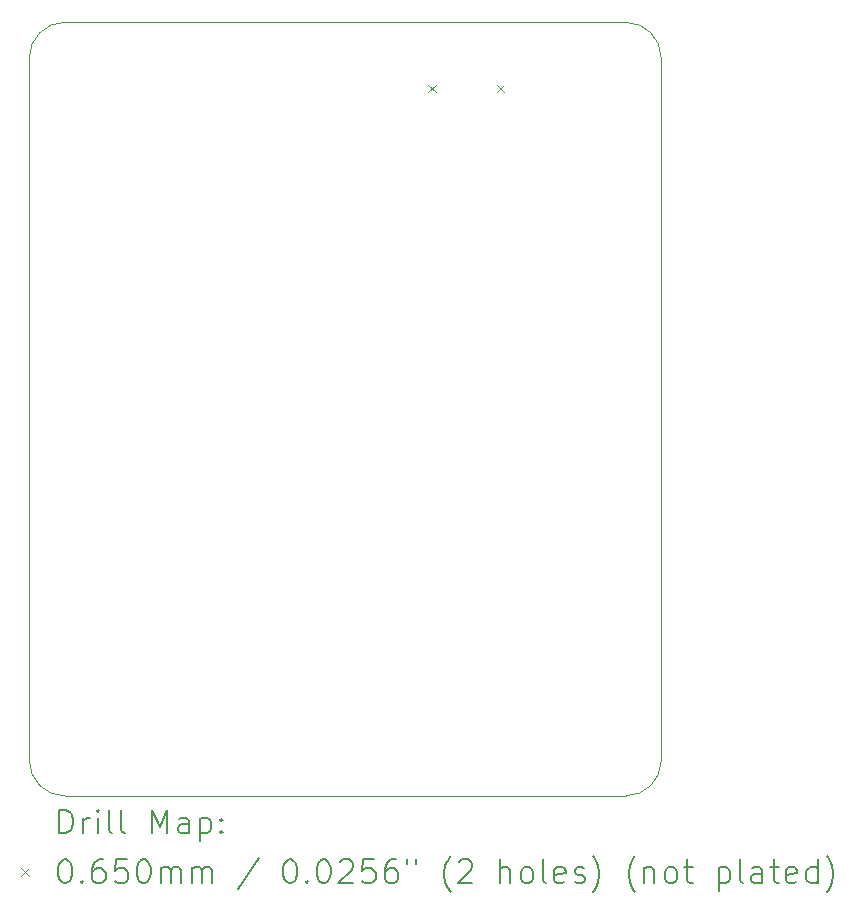
<source format=gbr>
%TF.GenerationSoftware,KiCad,Pcbnew,8.0.8-8.0.8-0~ubuntu24.04.1*%
%TF.CreationDate,2025-02-21T17:42:53-05:00*%
%TF.ProjectId,ChipigniteExplain,43686970-6967-46e6-9974-654578706c61,1.1*%
%TF.SameCoordinates,Original*%
%TF.FileFunction,Drillmap*%
%TF.FilePolarity,Positive*%
%FSLAX45Y45*%
G04 Gerber Fmt 4.5, Leading zero omitted, Abs format (unit mm)*
G04 Created by KiCad (PCBNEW 8.0.8-8.0.8-0~ubuntu24.04.1) date 2025-02-21 17:42:53*
%MOMM*%
%LPD*%
G01*
G04 APERTURE LIST*
%ADD10C,0.120000*%
%ADD11C,0.200000*%
%ADD12C,0.100000*%
G04 APERTURE END LIST*
D10*
X10370000Y-8500000D02*
G75*
G02*
X10070000Y-8800000I-300000J0D01*
G01*
X5020000Y-8500000D02*
X5020000Y-2550000D01*
X10070000Y-8800000D02*
X5320000Y-8800000D01*
X10370000Y-2550000D02*
X10370000Y-8500000D01*
X5020000Y-2550000D02*
G75*
G02*
X5320000Y-2250000I300000J0D01*
G01*
X5320000Y-2250000D02*
X10070000Y-2250000D01*
X10070000Y-2250000D02*
G75*
G02*
X10370000Y-2550000I0J-300000D01*
G01*
X5320000Y-8800000D02*
G75*
G02*
X5020000Y-8500000I0J300000D01*
G01*
D11*
D12*
X8398500Y-2777500D02*
X8463500Y-2842500D01*
X8463500Y-2777500D02*
X8398500Y-2842500D01*
X8976500Y-2777500D02*
X9041500Y-2842500D01*
X9041500Y-2777500D02*
X8976500Y-2842500D01*
D11*
X5274777Y-9117484D02*
X5274777Y-8917484D01*
X5274777Y-8917484D02*
X5322396Y-8917484D01*
X5322396Y-8917484D02*
X5350967Y-8927008D01*
X5350967Y-8927008D02*
X5370015Y-8946055D01*
X5370015Y-8946055D02*
X5379539Y-8965103D01*
X5379539Y-8965103D02*
X5389063Y-9003198D01*
X5389063Y-9003198D02*
X5389063Y-9031770D01*
X5389063Y-9031770D02*
X5379539Y-9069865D01*
X5379539Y-9069865D02*
X5370015Y-9088912D01*
X5370015Y-9088912D02*
X5350967Y-9107960D01*
X5350967Y-9107960D02*
X5322396Y-9117484D01*
X5322396Y-9117484D02*
X5274777Y-9117484D01*
X5474777Y-9117484D02*
X5474777Y-8984150D01*
X5474777Y-9022246D02*
X5484301Y-9003198D01*
X5484301Y-9003198D02*
X5493824Y-8993674D01*
X5493824Y-8993674D02*
X5512872Y-8984150D01*
X5512872Y-8984150D02*
X5531920Y-8984150D01*
X5598586Y-9117484D02*
X5598586Y-8984150D01*
X5598586Y-8917484D02*
X5589063Y-8927008D01*
X5589063Y-8927008D02*
X5598586Y-8936531D01*
X5598586Y-8936531D02*
X5608110Y-8927008D01*
X5608110Y-8927008D02*
X5598586Y-8917484D01*
X5598586Y-8917484D02*
X5598586Y-8936531D01*
X5722396Y-9117484D02*
X5703348Y-9107960D01*
X5703348Y-9107960D02*
X5693824Y-9088912D01*
X5693824Y-9088912D02*
X5693824Y-8917484D01*
X5827158Y-9117484D02*
X5808110Y-9107960D01*
X5808110Y-9107960D02*
X5798586Y-9088912D01*
X5798586Y-9088912D02*
X5798586Y-8917484D01*
X6055729Y-9117484D02*
X6055729Y-8917484D01*
X6055729Y-8917484D02*
X6122396Y-9060341D01*
X6122396Y-9060341D02*
X6189062Y-8917484D01*
X6189062Y-8917484D02*
X6189062Y-9117484D01*
X6370015Y-9117484D02*
X6370015Y-9012722D01*
X6370015Y-9012722D02*
X6360491Y-8993674D01*
X6360491Y-8993674D02*
X6341443Y-8984150D01*
X6341443Y-8984150D02*
X6303348Y-8984150D01*
X6303348Y-8984150D02*
X6284301Y-8993674D01*
X6370015Y-9107960D02*
X6350967Y-9117484D01*
X6350967Y-9117484D02*
X6303348Y-9117484D01*
X6303348Y-9117484D02*
X6284301Y-9107960D01*
X6284301Y-9107960D02*
X6274777Y-9088912D01*
X6274777Y-9088912D02*
X6274777Y-9069865D01*
X6274777Y-9069865D02*
X6284301Y-9050817D01*
X6284301Y-9050817D02*
X6303348Y-9041293D01*
X6303348Y-9041293D02*
X6350967Y-9041293D01*
X6350967Y-9041293D02*
X6370015Y-9031770D01*
X6465253Y-8984150D02*
X6465253Y-9184150D01*
X6465253Y-8993674D02*
X6484301Y-8984150D01*
X6484301Y-8984150D02*
X6522396Y-8984150D01*
X6522396Y-8984150D02*
X6541443Y-8993674D01*
X6541443Y-8993674D02*
X6550967Y-9003198D01*
X6550967Y-9003198D02*
X6560491Y-9022246D01*
X6560491Y-9022246D02*
X6560491Y-9079389D01*
X6560491Y-9079389D02*
X6550967Y-9098436D01*
X6550967Y-9098436D02*
X6541443Y-9107960D01*
X6541443Y-9107960D02*
X6522396Y-9117484D01*
X6522396Y-9117484D02*
X6484301Y-9117484D01*
X6484301Y-9117484D02*
X6465253Y-9107960D01*
X6646205Y-9098436D02*
X6655729Y-9107960D01*
X6655729Y-9107960D02*
X6646205Y-9117484D01*
X6646205Y-9117484D02*
X6636682Y-9107960D01*
X6636682Y-9107960D02*
X6646205Y-9098436D01*
X6646205Y-9098436D02*
X6646205Y-9117484D01*
X6646205Y-8993674D02*
X6655729Y-9003198D01*
X6655729Y-9003198D02*
X6646205Y-9012722D01*
X6646205Y-9012722D02*
X6636682Y-9003198D01*
X6636682Y-9003198D02*
X6646205Y-8993674D01*
X6646205Y-8993674D02*
X6646205Y-9012722D01*
D12*
X4949000Y-9413500D02*
X5014000Y-9478500D01*
X5014000Y-9413500D02*
X4949000Y-9478500D01*
D11*
X5312872Y-9337484D02*
X5331920Y-9337484D01*
X5331920Y-9337484D02*
X5350967Y-9347008D01*
X5350967Y-9347008D02*
X5360491Y-9356531D01*
X5360491Y-9356531D02*
X5370015Y-9375579D01*
X5370015Y-9375579D02*
X5379539Y-9413674D01*
X5379539Y-9413674D02*
X5379539Y-9461293D01*
X5379539Y-9461293D02*
X5370015Y-9499389D01*
X5370015Y-9499389D02*
X5360491Y-9518436D01*
X5360491Y-9518436D02*
X5350967Y-9527960D01*
X5350967Y-9527960D02*
X5331920Y-9537484D01*
X5331920Y-9537484D02*
X5312872Y-9537484D01*
X5312872Y-9537484D02*
X5293824Y-9527960D01*
X5293824Y-9527960D02*
X5284301Y-9518436D01*
X5284301Y-9518436D02*
X5274777Y-9499389D01*
X5274777Y-9499389D02*
X5265253Y-9461293D01*
X5265253Y-9461293D02*
X5265253Y-9413674D01*
X5265253Y-9413674D02*
X5274777Y-9375579D01*
X5274777Y-9375579D02*
X5284301Y-9356531D01*
X5284301Y-9356531D02*
X5293824Y-9347008D01*
X5293824Y-9347008D02*
X5312872Y-9337484D01*
X5465253Y-9518436D02*
X5474777Y-9527960D01*
X5474777Y-9527960D02*
X5465253Y-9537484D01*
X5465253Y-9537484D02*
X5455729Y-9527960D01*
X5455729Y-9527960D02*
X5465253Y-9518436D01*
X5465253Y-9518436D02*
X5465253Y-9537484D01*
X5646205Y-9337484D02*
X5608110Y-9337484D01*
X5608110Y-9337484D02*
X5589063Y-9347008D01*
X5589063Y-9347008D02*
X5579539Y-9356531D01*
X5579539Y-9356531D02*
X5560491Y-9385103D01*
X5560491Y-9385103D02*
X5550967Y-9423198D01*
X5550967Y-9423198D02*
X5550967Y-9499389D01*
X5550967Y-9499389D02*
X5560491Y-9518436D01*
X5560491Y-9518436D02*
X5570015Y-9527960D01*
X5570015Y-9527960D02*
X5589063Y-9537484D01*
X5589063Y-9537484D02*
X5627158Y-9537484D01*
X5627158Y-9537484D02*
X5646205Y-9527960D01*
X5646205Y-9527960D02*
X5655729Y-9518436D01*
X5655729Y-9518436D02*
X5665253Y-9499389D01*
X5665253Y-9499389D02*
X5665253Y-9451770D01*
X5665253Y-9451770D02*
X5655729Y-9432722D01*
X5655729Y-9432722D02*
X5646205Y-9423198D01*
X5646205Y-9423198D02*
X5627158Y-9413674D01*
X5627158Y-9413674D02*
X5589063Y-9413674D01*
X5589063Y-9413674D02*
X5570015Y-9423198D01*
X5570015Y-9423198D02*
X5560491Y-9432722D01*
X5560491Y-9432722D02*
X5550967Y-9451770D01*
X5846205Y-9337484D02*
X5750967Y-9337484D01*
X5750967Y-9337484D02*
X5741443Y-9432722D01*
X5741443Y-9432722D02*
X5750967Y-9423198D01*
X5750967Y-9423198D02*
X5770015Y-9413674D01*
X5770015Y-9413674D02*
X5817634Y-9413674D01*
X5817634Y-9413674D02*
X5836682Y-9423198D01*
X5836682Y-9423198D02*
X5846205Y-9432722D01*
X5846205Y-9432722D02*
X5855729Y-9451770D01*
X5855729Y-9451770D02*
X5855729Y-9499389D01*
X5855729Y-9499389D02*
X5846205Y-9518436D01*
X5846205Y-9518436D02*
X5836682Y-9527960D01*
X5836682Y-9527960D02*
X5817634Y-9537484D01*
X5817634Y-9537484D02*
X5770015Y-9537484D01*
X5770015Y-9537484D02*
X5750967Y-9527960D01*
X5750967Y-9527960D02*
X5741443Y-9518436D01*
X5979539Y-9337484D02*
X5998586Y-9337484D01*
X5998586Y-9337484D02*
X6017634Y-9347008D01*
X6017634Y-9347008D02*
X6027158Y-9356531D01*
X6027158Y-9356531D02*
X6036682Y-9375579D01*
X6036682Y-9375579D02*
X6046205Y-9413674D01*
X6046205Y-9413674D02*
X6046205Y-9461293D01*
X6046205Y-9461293D02*
X6036682Y-9499389D01*
X6036682Y-9499389D02*
X6027158Y-9518436D01*
X6027158Y-9518436D02*
X6017634Y-9527960D01*
X6017634Y-9527960D02*
X5998586Y-9537484D01*
X5998586Y-9537484D02*
X5979539Y-9537484D01*
X5979539Y-9537484D02*
X5960491Y-9527960D01*
X5960491Y-9527960D02*
X5950967Y-9518436D01*
X5950967Y-9518436D02*
X5941443Y-9499389D01*
X5941443Y-9499389D02*
X5931920Y-9461293D01*
X5931920Y-9461293D02*
X5931920Y-9413674D01*
X5931920Y-9413674D02*
X5941443Y-9375579D01*
X5941443Y-9375579D02*
X5950967Y-9356531D01*
X5950967Y-9356531D02*
X5960491Y-9347008D01*
X5960491Y-9347008D02*
X5979539Y-9337484D01*
X6131920Y-9537484D02*
X6131920Y-9404150D01*
X6131920Y-9423198D02*
X6141443Y-9413674D01*
X6141443Y-9413674D02*
X6160491Y-9404150D01*
X6160491Y-9404150D02*
X6189063Y-9404150D01*
X6189063Y-9404150D02*
X6208110Y-9413674D01*
X6208110Y-9413674D02*
X6217634Y-9432722D01*
X6217634Y-9432722D02*
X6217634Y-9537484D01*
X6217634Y-9432722D02*
X6227158Y-9413674D01*
X6227158Y-9413674D02*
X6246205Y-9404150D01*
X6246205Y-9404150D02*
X6274777Y-9404150D01*
X6274777Y-9404150D02*
X6293824Y-9413674D01*
X6293824Y-9413674D02*
X6303348Y-9432722D01*
X6303348Y-9432722D02*
X6303348Y-9537484D01*
X6398586Y-9537484D02*
X6398586Y-9404150D01*
X6398586Y-9423198D02*
X6408110Y-9413674D01*
X6408110Y-9413674D02*
X6427158Y-9404150D01*
X6427158Y-9404150D02*
X6455729Y-9404150D01*
X6455729Y-9404150D02*
X6474777Y-9413674D01*
X6474777Y-9413674D02*
X6484301Y-9432722D01*
X6484301Y-9432722D02*
X6484301Y-9537484D01*
X6484301Y-9432722D02*
X6493824Y-9413674D01*
X6493824Y-9413674D02*
X6512872Y-9404150D01*
X6512872Y-9404150D02*
X6541443Y-9404150D01*
X6541443Y-9404150D02*
X6560491Y-9413674D01*
X6560491Y-9413674D02*
X6570015Y-9432722D01*
X6570015Y-9432722D02*
X6570015Y-9537484D01*
X6960491Y-9327960D02*
X6789063Y-9585103D01*
X7217634Y-9337484D02*
X7236682Y-9337484D01*
X7236682Y-9337484D02*
X7255729Y-9347008D01*
X7255729Y-9347008D02*
X7265253Y-9356531D01*
X7265253Y-9356531D02*
X7274777Y-9375579D01*
X7274777Y-9375579D02*
X7284301Y-9413674D01*
X7284301Y-9413674D02*
X7284301Y-9461293D01*
X7284301Y-9461293D02*
X7274777Y-9499389D01*
X7274777Y-9499389D02*
X7265253Y-9518436D01*
X7265253Y-9518436D02*
X7255729Y-9527960D01*
X7255729Y-9527960D02*
X7236682Y-9537484D01*
X7236682Y-9537484D02*
X7217634Y-9537484D01*
X7217634Y-9537484D02*
X7198586Y-9527960D01*
X7198586Y-9527960D02*
X7189063Y-9518436D01*
X7189063Y-9518436D02*
X7179539Y-9499389D01*
X7179539Y-9499389D02*
X7170015Y-9461293D01*
X7170015Y-9461293D02*
X7170015Y-9413674D01*
X7170015Y-9413674D02*
X7179539Y-9375579D01*
X7179539Y-9375579D02*
X7189063Y-9356531D01*
X7189063Y-9356531D02*
X7198586Y-9347008D01*
X7198586Y-9347008D02*
X7217634Y-9337484D01*
X7370015Y-9518436D02*
X7379539Y-9527960D01*
X7379539Y-9527960D02*
X7370015Y-9537484D01*
X7370015Y-9537484D02*
X7360491Y-9527960D01*
X7360491Y-9527960D02*
X7370015Y-9518436D01*
X7370015Y-9518436D02*
X7370015Y-9537484D01*
X7503348Y-9337484D02*
X7522396Y-9337484D01*
X7522396Y-9337484D02*
X7541444Y-9347008D01*
X7541444Y-9347008D02*
X7550967Y-9356531D01*
X7550967Y-9356531D02*
X7560491Y-9375579D01*
X7560491Y-9375579D02*
X7570015Y-9413674D01*
X7570015Y-9413674D02*
X7570015Y-9461293D01*
X7570015Y-9461293D02*
X7560491Y-9499389D01*
X7560491Y-9499389D02*
X7550967Y-9518436D01*
X7550967Y-9518436D02*
X7541444Y-9527960D01*
X7541444Y-9527960D02*
X7522396Y-9537484D01*
X7522396Y-9537484D02*
X7503348Y-9537484D01*
X7503348Y-9537484D02*
X7484301Y-9527960D01*
X7484301Y-9527960D02*
X7474777Y-9518436D01*
X7474777Y-9518436D02*
X7465253Y-9499389D01*
X7465253Y-9499389D02*
X7455729Y-9461293D01*
X7455729Y-9461293D02*
X7455729Y-9413674D01*
X7455729Y-9413674D02*
X7465253Y-9375579D01*
X7465253Y-9375579D02*
X7474777Y-9356531D01*
X7474777Y-9356531D02*
X7484301Y-9347008D01*
X7484301Y-9347008D02*
X7503348Y-9337484D01*
X7646206Y-9356531D02*
X7655729Y-9347008D01*
X7655729Y-9347008D02*
X7674777Y-9337484D01*
X7674777Y-9337484D02*
X7722396Y-9337484D01*
X7722396Y-9337484D02*
X7741444Y-9347008D01*
X7741444Y-9347008D02*
X7750967Y-9356531D01*
X7750967Y-9356531D02*
X7760491Y-9375579D01*
X7760491Y-9375579D02*
X7760491Y-9394627D01*
X7760491Y-9394627D02*
X7750967Y-9423198D01*
X7750967Y-9423198D02*
X7636682Y-9537484D01*
X7636682Y-9537484D02*
X7760491Y-9537484D01*
X7941444Y-9337484D02*
X7846206Y-9337484D01*
X7846206Y-9337484D02*
X7836682Y-9432722D01*
X7836682Y-9432722D02*
X7846206Y-9423198D01*
X7846206Y-9423198D02*
X7865253Y-9413674D01*
X7865253Y-9413674D02*
X7912872Y-9413674D01*
X7912872Y-9413674D02*
X7931920Y-9423198D01*
X7931920Y-9423198D02*
X7941444Y-9432722D01*
X7941444Y-9432722D02*
X7950967Y-9451770D01*
X7950967Y-9451770D02*
X7950967Y-9499389D01*
X7950967Y-9499389D02*
X7941444Y-9518436D01*
X7941444Y-9518436D02*
X7931920Y-9527960D01*
X7931920Y-9527960D02*
X7912872Y-9537484D01*
X7912872Y-9537484D02*
X7865253Y-9537484D01*
X7865253Y-9537484D02*
X7846206Y-9527960D01*
X7846206Y-9527960D02*
X7836682Y-9518436D01*
X8122396Y-9337484D02*
X8084301Y-9337484D01*
X8084301Y-9337484D02*
X8065253Y-9347008D01*
X8065253Y-9347008D02*
X8055729Y-9356531D01*
X8055729Y-9356531D02*
X8036682Y-9385103D01*
X8036682Y-9385103D02*
X8027158Y-9423198D01*
X8027158Y-9423198D02*
X8027158Y-9499389D01*
X8027158Y-9499389D02*
X8036682Y-9518436D01*
X8036682Y-9518436D02*
X8046206Y-9527960D01*
X8046206Y-9527960D02*
X8065253Y-9537484D01*
X8065253Y-9537484D02*
X8103348Y-9537484D01*
X8103348Y-9537484D02*
X8122396Y-9527960D01*
X8122396Y-9527960D02*
X8131920Y-9518436D01*
X8131920Y-9518436D02*
X8141444Y-9499389D01*
X8141444Y-9499389D02*
X8141444Y-9451770D01*
X8141444Y-9451770D02*
X8131920Y-9432722D01*
X8131920Y-9432722D02*
X8122396Y-9423198D01*
X8122396Y-9423198D02*
X8103348Y-9413674D01*
X8103348Y-9413674D02*
X8065253Y-9413674D01*
X8065253Y-9413674D02*
X8046206Y-9423198D01*
X8046206Y-9423198D02*
X8036682Y-9432722D01*
X8036682Y-9432722D02*
X8027158Y-9451770D01*
X8217634Y-9337484D02*
X8217634Y-9375579D01*
X8293825Y-9337484D02*
X8293825Y-9375579D01*
X8589063Y-9613674D02*
X8579539Y-9604150D01*
X8579539Y-9604150D02*
X8560491Y-9575579D01*
X8560491Y-9575579D02*
X8550968Y-9556531D01*
X8550968Y-9556531D02*
X8541444Y-9527960D01*
X8541444Y-9527960D02*
X8531920Y-9480341D01*
X8531920Y-9480341D02*
X8531920Y-9442246D01*
X8531920Y-9442246D02*
X8541444Y-9394627D01*
X8541444Y-9394627D02*
X8550968Y-9366055D01*
X8550968Y-9366055D02*
X8560491Y-9347008D01*
X8560491Y-9347008D02*
X8579539Y-9318436D01*
X8579539Y-9318436D02*
X8589063Y-9308912D01*
X8655730Y-9356531D02*
X8665253Y-9347008D01*
X8665253Y-9347008D02*
X8684301Y-9337484D01*
X8684301Y-9337484D02*
X8731920Y-9337484D01*
X8731920Y-9337484D02*
X8750968Y-9347008D01*
X8750968Y-9347008D02*
X8760491Y-9356531D01*
X8760491Y-9356531D02*
X8770015Y-9375579D01*
X8770015Y-9375579D02*
X8770015Y-9394627D01*
X8770015Y-9394627D02*
X8760491Y-9423198D01*
X8760491Y-9423198D02*
X8646206Y-9537484D01*
X8646206Y-9537484D02*
X8770015Y-9537484D01*
X9008111Y-9537484D02*
X9008111Y-9337484D01*
X9093825Y-9537484D02*
X9093825Y-9432722D01*
X9093825Y-9432722D02*
X9084301Y-9413674D01*
X9084301Y-9413674D02*
X9065253Y-9404150D01*
X9065253Y-9404150D02*
X9036682Y-9404150D01*
X9036682Y-9404150D02*
X9017634Y-9413674D01*
X9017634Y-9413674D02*
X9008111Y-9423198D01*
X9217634Y-9537484D02*
X9198587Y-9527960D01*
X9198587Y-9527960D02*
X9189063Y-9518436D01*
X9189063Y-9518436D02*
X9179539Y-9499389D01*
X9179539Y-9499389D02*
X9179539Y-9442246D01*
X9179539Y-9442246D02*
X9189063Y-9423198D01*
X9189063Y-9423198D02*
X9198587Y-9413674D01*
X9198587Y-9413674D02*
X9217634Y-9404150D01*
X9217634Y-9404150D02*
X9246206Y-9404150D01*
X9246206Y-9404150D02*
X9265253Y-9413674D01*
X9265253Y-9413674D02*
X9274777Y-9423198D01*
X9274777Y-9423198D02*
X9284301Y-9442246D01*
X9284301Y-9442246D02*
X9284301Y-9499389D01*
X9284301Y-9499389D02*
X9274777Y-9518436D01*
X9274777Y-9518436D02*
X9265253Y-9527960D01*
X9265253Y-9527960D02*
X9246206Y-9537484D01*
X9246206Y-9537484D02*
X9217634Y-9537484D01*
X9398587Y-9537484D02*
X9379539Y-9527960D01*
X9379539Y-9527960D02*
X9370015Y-9508912D01*
X9370015Y-9508912D02*
X9370015Y-9337484D01*
X9550968Y-9527960D02*
X9531920Y-9537484D01*
X9531920Y-9537484D02*
X9493825Y-9537484D01*
X9493825Y-9537484D02*
X9474777Y-9527960D01*
X9474777Y-9527960D02*
X9465253Y-9508912D01*
X9465253Y-9508912D02*
X9465253Y-9432722D01*
X9465253Y-9432722D02*
X9474777Y-9413674D01*
X9474777Y-9413674D02*
X9493825Y-9404150D01*
X9493825Y-9404150D02*
X9531920Y-9404150D01*
X9531920Y-9404150D02*
X9550968Y-9413674D01*
X9550968Y-9413674D02*
X9560492Y-9432722D01*
X9560492Y-9432722D02*
X9560492Y-9451770D01*
X9560492Y-9451770D02*
X9465253Y-9470817D01*
X9636682Y-9527960D02*
X9655730Y-9537484D01*
X9655730Y-9537484D02*
X9693825Y-9537484D01*
X9693825Y-9537484D02*
X9712873Y-9527960D01*
X9712873Y-9527960D02*
X9722396Y-9508912D01*
X9722396Y-9508912D02*
X9722396Y-9499389D01*
X9722396Y-9499389D02*
X9712873Y-9480341D01*
X9712873Y-9480341D02*
X9693825Y-9470817D01*
X9693825Y-9470817D02*
X9665253Y-9470817D01*
X9665253Y-9470817D02*
X9646206Y-9461293D01*
X9646206Y-9461293D02*
X9636682Y-9442246D01*
X9636682Y-9442246D02*
X9636682Y-9432722D01*
X9636682Y-9432722D02*
X9646206Y-9413674D01*
X9646206Y-9413674D02*
X9665253Y-9404150D01*
X9665253Y-9404150D02*
X9693825Y-9404150D01*
X9693825Y-9404150D02*
X9712873Y-9413674D01*
X9789063Y-9613674D02*
X9798587Y-9604150D01*
X9798587Y-9604150D02*
X9817634Y-9575579D01*
X9817634Y-9575579D02*
X9827158Y-9556531D01*
X9827158Y-9556531D02*
X9836682Y-9527960D01*
X9836682Y-9527960D02*
X9846206Y-9480341D01*
X9846206Y-9480341D02*
X9846206Y-9442246D01*
X9846206Y-9442246D02*
X9836682Y-9394627D01*
X9836682Y-9394627D02*
X9827158Y-9366055D01*
X9827158Y-9366055D02*
X9817634Y-9347008D01*
X9817634Y-9347008D02*
X9798587Y-9318436D01*
X9798587Y-9318436D02*
X9789063Y-9308912D01*
X10150968Y-9613674D02*
X10141444Y-9604150D01*
X10141444Y-9604150D02*
X10122396Y-9575579D01*
X10122396Y-9575579D02*
X10112873Y-9556531D01*
X10112873Y-9556531D02*
X10103349Y-9527960D01*
X10103349Y-9527960D02*
X10093825Y-9480341D01*
X10093825Y-9480341D02*
X10093825Y-9442246D01*
X10093825Y-9442246D02*
X10103349Y-9394627D01*
X10103349Y-9394627D02*
X10112873Y-9366055D01*
X10112873Y-9366055D02*
X10122396Y-9347008D01*
X10122396Y-9347008D02*
X10141444Y-9318436D01*
X10141444Y-9318436D02*
X10150968Y-9308912D01*
X10227158Y-9404150D02*
X10227158Y-9537484D01*
X10227158Y-9423198D02*
X10236682Y-9413674D01*
X10236682Y-9413674D02*
X10255730Y-9404150D01*
X10255730Y-9404150D02*
X10284301Y-9404150D01*
X10284301Y-9404150D02*
X10303349Y-9413674D01*
X10303349Y-9413674D02*
X10312873Y-9432722D01*
X10312873Y-9432722D02*
X10312873Y-9537484D01*
X10436682Y-9537484D02*
X10417634Y-9527960D01*
X10417634Y-9527960D02*
X10408111Y-9518436D01*
X10408111Y-9518436D02*
X10398587Y-9499389D01*
X10398587Y-9499389D02*
X10398587Y-9442246D01*
X10398587Y-9442246D02*
X10408111Y-9423198D01*
X10408111Y-9423198D02*
X10417634Y-9413674D01*
X10417634Y-9413674D02*
X10436682Y-9404150D01*
X10436682Y-9404150D02*
X10465254Y-9404150D01*
X10465254Y-9404150D02*
X10484301Y-9413674D01*
X10484301Y-9413674D02*
X10493825Y-9423198D01*
X10493825Y-9423198D02*
X10503349Y-9442246D01*
X10503349Y-9442246D02*
X10503349Y-9499389D01*
X10503349Y-9499389D02*
X10493825Y-9518436D01*
X10493825Y-9518436D02*
X10484301Y-9527960D01*
X10484301Y-9527960D02*
X10465254Y-9537484D01*
X10465254Y-9537484D02*
X10436682Y-9537484D01*
X10560492Y-9404150D02*
X10636682Y-9404150D01*
X10589063Y-9337484D02*
X10589063Y-9508912D01*
X10589063Y-9508912D02*
X10598587Y-9527960D01*
X10598587Y-9527960D02*
X10617634Y-9537484D01*
X10617634Y-9537484D02*
X10636682Y-9537484D01*
X10855730Y-9404150D02*
X10855730Y-9604150D01*
X10855730Y-9413674D02*
X10874777Y-9404150D01*
X10874777Y-9404150D02*
X10912873Y-9404150D01*
X10912873Y-9404150D02*
X10931920Y-9413674D01*
X10931920Y-9413674D02*
X10941444Y-9423198D01*
X10941444Y-9423198D02*
X10950968Y-9442246D01*
X10950968Y-9442246D02*
X10950968Y-9499389D01*
X10950968Y-9499389D02*
X10941444Y-9518436D01*
X10941444Y-9518436D02*
X10931920Y-9527960D01*
X10931920Y-9527960D02*
X10912873Y-9537484D01*
X10912873Y-9537484D02*
X10874777Y-9537484D01*
X10874777Y-9537484D02*
X10855730Y-9527960D01*
X11065254Y-9537484D02*
X11046206Y-9527960D01*
X11046206Y-9527960D02*
X11036682Y-9508912D01*
X11036682Y-9508912D02*
X11036682Y-9337484D01*
X11227158Y-9537484D02*
X11227158Y-9432722D01*
X11227158Y-9432722D02*
X11217634Y-9413674D01*
X11217634Y-9413674D02*
X11198587Y-9404150D01*
X11198587Y-9404150D02*
X11160492Y-9404150D01*
X11160492Y-9404150D02*
X11141444Y-9413674D01*
X11227158Y-9527960D02*
X11208111Y-9537484D01*
X11208111Y-9537484D02*
X11160492Y-9537484D01*
X11160492Y-9537484D02*
X11141444Y-9527960D01*
X11141444Y-9527960D02*
X11131920Y-9508912D01*
X11131920Y-9508912D02*
X11131920Y-9489865D01*
X11131920Y-9489865D02*
X11141444Y-9470817D01*
X11141444Y-9470817D02*
X11160492Y-9461293D01*
X11160492Y-9461293D02*
X11208111Y-9461293D01*
X11208111Y-9461293D02*
X11227158Y-9451770D01*
X11293825Y-9404150D02*
X11370015Y-9404150D01*
X11322396Y-9337484D02*
X11322396Y-9508912D01*
X11322396Y-9508912D02*
X11331920Y-9527960D01*
X11331920Y-9527960D02*
X11350968Y-9537484D01*
X11350968Y-9537484D02*
X11370015Y-9537484D01*
X11512873Y-9527960D02*
X11493825Y-9537484D01*
X11493825Y-9537484D02*
X11455730Y-9537484D01*
X11455730Y-9537484D02*
X11436682Y-9527960D01*
X11436682Y-9527960D02*
X11427158Y-9508912D01*
X11427158Y-9508912D02*
X11427158Y-9432722D01*
X11427158Y-9432722D02*
X11436682Y-9413674D01*
X11436682Y-9413674D02*
X11455730Y-9404150D01*
X11455730Y-9404150D02*
X11493825Y-9404150D01*
X11493825Y-9404150D02*
X11512873Y-9413674D01*
X11512873Y-9413674D02*
X11522396Y-9432722D01*
X11522396Y-9432722D02*
X11522396Y-9451770D01*
X11522396Y-9451770D02*
X11427158Y-9470817D01*
X11693825Y-9537484D02*
X11693825Y-9337484D01*
X11693825Y-9527960D02*
X11674777Y-9537484D01*
X11674777Y-9537484D02*
X11636682Y-9537484D01*
X11636682Y-9537484D02*
X11617634Y-9527960D01*
X11617634Y-9527960D02*
X11608111Y-9518436D01*
X11608111Y-9518436D02*
X11598587Y-9499389D01*
X11598587Y-9499389D02*
X11598587Y-9442246D01*
X11598587Y-9442246D02*
X11608111Y-9423198D01*
X11608111Y-9423198D02*
X11617634Y-9413674D01*
X11617634Y-9413674D02*
X11636682Y-9404150D01*
X11636682Y-9404150D02*
X11674777Y-9404150D01*
X11674777Y-9404150D02*
X11693825Y-9413674D01*
X11770015Y-9613674D02*
X11779539Y-9604150D01*
X11779539Y-9604150D02*
X11798587Y-9575579D01*
X11798587Y-9575579D02*
X11808111Y-9556531D01*
X11808111Y-9556531D02*
X11817634Y-9527960D01*
X11817634Y-9527960D02*
X11827158Y-9480341D01*
X11827158Y-9480341D02*
X11827158Y-9442246D01*
X11827158Y-9442246D02*
X11817634Y-9394627D01*
X11817634Y-9394627D02*
X11808111Y-9366055D01*
X11808111Y-9366055D02*
X11798587Y-9347008D01*
X11798587Y-9347008D02*
X11779539Y-9318436D01*
X11779539Y-9318436D02*
X11770015Y-9308912D01*
M02*

</source>
